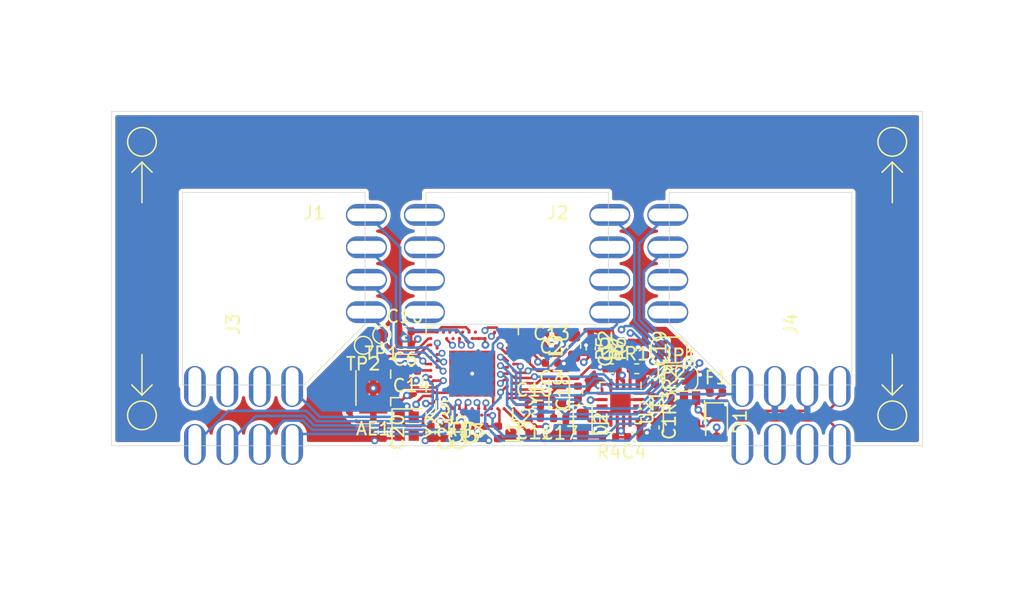
<source format=kicad_pcb>
(kicad_pcb (version 20211014) (generator pcbnew)
  (layers (0 "F.Cu" signal) (1 "In1.Cu" signal) (2 "In2.Cu" signal) (31 "B.Cu" signal) (34 "B.Paste" user) (35 "F.Paste" user) (36 "B.SilkS" user "B.Silkscreen") (37 "F.SilkS" user "F.Silkscreen") (38 "B.Mask" user) (39 "F.Mask" user) (44 "Edge.Cuts" user))
  (net 0 "")
  (net 1 "D-")
  (net 2 "D+")
  (net 3 "Net-(D2-Pad1)")
  (net 4 "Net-(D2-Pad2)")
  (net 5 "VFUSE")
  (net 6 "EXT_5V")
  (net 7 "VDD_NRF")
  (net 8 "SWD")
  (net 9 "SWC")
  (net 10 "Net-(R1-Pad1)")
  (net 11 "VBAT")
  (net 12 "VDDH")
  (net 16 "Net-(R2-Pad2)")
  (net 17 "Net-(C17-Pad2)")
  (net 18 "Net-(C18-Pad2)")
  (net 19 "VBUS")
  (net 20 "Net-(C5-Pad2)")
  (net 21 "Net-(C13-Pad1)")
  (net 22 "Net-(C14-Pad1)")
  (net 23 "Net-(C15-Pad1)")
  (net 24 "Net-(C16-Pad1)")
  (net 25 "VSS_PA")
  (net 26 "BAT_VOLT")
  (net 27 "Net-(JP1-Pad1)")
  (net 28 "Net-(L1-Pad2)")
  (net 29 "Net-(L2-Pad2)")
  (net 30 "Net-(L3-Pad2)")
  (net 31 "Net-(R5-Pad2)")
  (net 32 "RESET")
  (net 33 "GND")
  (net 36 "Net-(AE1-Pad1)")
  (net 37 "Net-(C20-Pad1)")
  (net 38 "Net-(C21-Pad1)")
  (net 53 "P0.25")
  (net 55 "P0.31")
  (net 56 "P1.10")
  (net 57 "P0.19")
  (net 58 "P0.21")
  (net 59 "P0.30")
  (net 60 "P0.28")
  (net 61 "P1.14")
  (net 62 "P1.12")
  (net 63 "P1.11")
  (net 64 "P0.26")
  (net 65 "P0.27")
  (net 66 "P0.10")
  (net 67 "P0.05")
  (net 68 "P0.06")
  (net 69 "P0.07")
  (net 70 "P0.08")
  (net 71 "P1.08")
  (net 72 "P1.07")
  (net 73 "P1.09")
  (net 74 "P1.06")
  (net 75 "P0.11")
  (net 76 "P1.05")
  (net 77 "P1.03")
  (net 78 "P1.01")
  (net 79 "P0.09")
  (footprint "Capacitor_SMD:C_0402_1005Metric" (layer "F.Cu") (at 82.10303 87.050025 90)
    (fp_text reference "C5")
    (fp_text value "1uF")
  )
  (footprint "Capacitor_SMD:C_0402_1005Metric" (layer "F.Cu") (at 83.164952 87.062302 90)
    (fp_text reference "C9")
    (fp_text value "47nF")
  )
  (footprint "Resistor_SMD:R_0402_1005Metric" (layer "F.Cu") (at 96.497302 84.763439 -90)
    (fp_text reference "R3")
    (fp_text value "3.9k")
  )
  (footprint "Jumper:SolderJumper-2_P1.3mm_Open_RoundedPad1.0x1.5mm" (layer "F.Cu") (at 98.462564 82.829814)
    (fp_text reference "JP1")
    (fp_text value "SolderJumper_2_Open")
  )
  (footprint "Capacitor_SMD:C_0402_1005Metric" (layer "F.Cu") (at 76.943538 79.135475)
    (fp_text reference "C10")
    (fp_text value "100nF")
  )
  (footprint "Resistor_SMD:R_0402_1005Metric" (layer "F.Cu") (at 96.524389 82.813123 -90)
    (fp_text reference "R2")
    (fp_text value "10k")
  )
  (footprint "Connector_Coaxial:U.FL_Hirose_U.FL-R-SMT-1_Vertical" (layer "F.Cu") (at 74.937772 83.577064 180)
    (fp_text reference "AE1")
    (fp_text value "Antenna")
  )
  (footprint "Package_TO_SOT_SMD:SOT-23-6" (layer "F.Cu") (at 98.779775 85.472486 90)
    (fp_text reference "U2")
    (fp_text value "SRV05-4")
  )
  (footprint "Resistor_SMD:R_0402_1005Metric" (layer "F.Cu") (at 93.608352 80.481095 90)
    (fp_text reference "R5")
    (fp_text value "2M")
  )
  (footprint "Resistor_SMD:R_0402_1005Metric" (layer "F.Cu") (at 92.917055 87.440609 180)
    (fp_text reference "R4")
    (fp_text value "10k")
  )
  (footprint "Capacitor_SMD:C_0402_1005Metric" (layer "F.Cu") (at 76.952024 80.162329 180)
    (fp_text reference "C6")
    (fp_text value "1uF")
  )
  (footprint "Crystal:Crystal_SMD_2012-2Pin_2.0x1.2mm" (layer "F.Cu") (at 89.013406 84.083767 90)
    (fp_text reference "Y1")
    (fp_text value "32.768 kHz")
  )
  (footprint "Resistor_SMD:R_0402_1005Metric" (layer "F.Cu") (at 92.552742 80.495075 -90)
    (fp_text reference "R6")
    (fp_text value "2M")
  )
  (footprint "Connector_PinHeader_2.54mm:PinHeader_2x04_P2.54mm_Vertical" (layer "F.Cu") (at 93.975 70.01875)
    (fp_text reference "J2")
    (fp_text value "Conn_02x04_Odd_Even")
  )
  (footprint "Diode_SMD:D_SOD-323F" (layer "F.Cu") (at 101.331738 86.243646 -90)
    (fp_text reference "D1")
    (fp_text value "PMEG4010CEJ")
  )
  (footprint "Capacitor_SMD:C_0402_1005Metric" (layer "F.Cu") (at 87.068404 84.889927)
    (fp_text reference "C16")
    (fp_text value "100nF")
  )
  (footprint "Jumper:SolderJumper-2_P1.3mm_Open_RoundedPad1.0x1.5mm" (layer "F.Cu") (at 97.605006 80.597233 180)
    (fp_text reference "JP2")
    (fp_text value "SolderJumper_2_Open")
  )
  (footprint "Package_DFN_QFN:VQFN-16-1EP_3x3mm_P0.5mm_EP1.6x1.6mm" (layer "F.Cu") (at 93.809057 84.740441 -90)
    (fp_text reference "U1")
    (fp_text value "BQ24075/9")
  )
  (footprint "Capacitor_SMD:C_0402_1005Metric" (layer "F.Cu") (at 90.4825 83.914773 90)
    (fp_text reference "C18")
    (fp_text value "15pF")
  )
  (footprint "Capacitor_SMD:C_0402_1005Metric" (layer "F.Cu") (at 89.054328 85.953895 180)
    (fp_text reference "C17")
    (fp_text value "15pF")
  )
  (footprint "NetTie:NetTie-2_SMD_Pad0.5mm" (layer "F.Cu") (at 79.710715 83.956168 180)
    (fp_text reference "J5")
    (fp_text value "Conn_01x02")
  )
  (footprint "Package_DFN_QFN:Nordic_AQFN-73-1EP_7x7mm_P0.5mm" (layer "F.Cu") (at 82.207438 82.4541 180)
    (fp_text reference "U3")
    (fp_text value "nRF52840")
  )
  (footprint "Inductor_SMD:L_0603_1608Metric" (layer "F.Cu") (at 86.017454 87.246288)
    (fp_text reference "L2")
    (fp_text value "10uH")
  )
  (footprint "Capacitor_SMD:C_0402_1005Metric" (layer "F.Cu") (at 96.470214 86.677638 -90)
    (fp_text reference "C1")
    (fp_text value "1uF")
  )
  (footprint "Capacitor_SMD:C_0402_1005Metric" (layer "F.Cu") (at 75.206142 87.044503 -90)
    (fp_text reference "C20")
    (fp_text value "15pF")
  )
  (footprint "Capacitor_SMD:C_0402_1005Metric" (layer "F.Cu") (at 91.484678 80.488782 -90)
    (fp_text reference "C12")
    (fp_text value "4.7uF")
  )
  (footprint "Capacitor_SMD:C_0402_1005Metric" (layer "F.Cu") (at 88.418912 81.617497 180)
    (fp_text reference "C3")
    (fp_text value "4.7uF")
  )
  (footprint "Crystal:Crystal_SMD_2016-4Pin_2.0x1.6mm" (layer "F.Cu") (at 77.076775 86.568523 -90)
    (fp_text reference "Y2")
    (fp_text value "32MHz")
  )
  (footprint "Capacitor_SMD:C_0402_1005Metric" (layer "F.Cu") (at 81.041109 87.056163 -90)
    (fp_text reference "C7")
    (fp_text value "100nF")
  )
  (footprint "TestPoint:TestPoint_Pad_D1.0mm" (layer "F.Cu") (at 75.129685 79.41346 180)
    (fp_text reference "TP1")
    (fp_text value "PAD")
  )
  (footprint "Capacitor_SMD:C_0402_1005Metric" (layer "F.Cu") (at 77.432795 82.230809 180)
    (fp_text reference "C14")
    (fp_text value "1nF")
  )
  (footprint "Inductor_SMD:L_0402_1005Metric" (layer "F.Cu") (at 84.224328 87.059149 -90)
    (fp_text reference "L1")
    (fp_text value "15nH")
  )
  (footprint "Capacitor_SMD:C_0402_1005Metric" (layer "F.Cu") (at 88.415 80.476146)
    (fp_text reference "C13")
    (fp_text value "4.7uF")
  )
  (footprint "Connector_PinHeader_2.54mm:PinHeader_2x04_P2.54mm_Vertical" (layer "F.Cu") (at 60.49375 87 90)
    (fp_text reference "J3")
    (fp_text value "Conn_02x04_Odd_Even")
  )
  (footprint "Resistor_SMD:R_0402_1005Metric" (layer "F.Cu") (at 95.084225 82.072725)
    (fp_text reference "R1")
    (fp_text value "10k")
  )
  (footprint "Capacitor_SMD:C_0402_1005Metric" (layer "F.Cu") (at 88.435794 79.203528 180)
    (fp_text reference "C2")
    (fp_text value "4.7uF")
  )
  (footprint "Capacitor_SMD:C_0402_1005Metric" (layer "F.Cu") (at 94.866073 87.427065 180)
    (fp_text reference "C4")
    (fp_text value "4.7uF")
  )
  (footprint "Capacitor_SMD:C_0402_1005Metric" (layer "F.Cu") (at 80.007925 87.050025 -90)
    (fp_text reference "C15")
    (fp_text value "100pF")
  )
  (footprint "Capacitor_SMD:C_0402_1005Metric" (layer "F.Cu") (at 78.951793 87.060267 -90)
    (fp_text reference "C21")
    (fp_text value "15pF")
  )
  (footprint "Connector_PinHeader_2.54mm:PinHeader_2x04_P2.54mm_Vertical" (layer "F.Cu") (at 74.925 70.01875)
    (fp_text reference "J1")
    (fp_text value "Conn_02x04_Odd_Even")
  )
  (footprint "Capacitor_SMD:C_0402_1005Metric" (layer "F.Cu") (at 95.7356 80.502139 -90)
    (fp_text reference "C19")
    (fp_text value "10nF")
  )
  (footprint "Capacitor_SMD:C_0402_1005Metric" (layer "F.Cu") (at 87.06022 85.917065 180)
    (fp_text reference "C11")
    (fp_text value "100nF")
  )
  (footprint "Inductor_SMD:L_0603_1608Metric" (layer "F.Cu") (at 90.185476 80.296045 90)
    (fp_text reference "L3")
    (fp_text value "10uH")
  )
  (footprint "LED_SMD:LED_0603_1608Metric" (layer "F.Cu") (at 90.854025 86.424819 -90)
    (fp_text reference "D2")
    (fp_text value "ORANGE")
  )
  (footprint "Resistor_SMD:R_0402_1005Metric" (layer "F.Cu") (at 94.676224 80.490346 90)
    (fp_text reference "R7")
    (fp_text value "10M")
  )
  (footprint "TestPoint:TestPoint_Pad_D1.0mm" (layer "F.Cu") (at 73.682754 80.240612 180)
    (fp_text reference "TP2")
    (fp_text value "PAD")
  )
  (footprint "Fuse:Fuse_0402_1005Metric" (layer "F.Cu") (at 101.303362 83.945178)
    (fp_text reference "F1")
    (fp_text value "500mA hold")
  )
  (footprint "Connector_PinHeader_2.54mm:PinHeader_2x04_P2.54mm_Vertical" (layer "F.Cu") (at 103.35625 87 90)
    (fp_text reference "J4")
    (fp_text value "Conn_02x04_Odd_Even")
  )
  (footprint "Capacitor_SMD:C_0402_1005Metric" (layer "F.Cu") (at 93.148903 82.050152)
    (fp_text reference "C8")
    (fp_text value "4.7uF")
  )
  (gr_circle (center 115.08875 85.725) (end 115.8825 84.93125) (layer "F.SilkS") (width 0.12) (fill none))
  (gr_line (start 56.35125 84.1375) (end 57.145 83.34375) (layer "F.SilkS") (width 0.12))
  (gr_line (start 115.08875 69.05625) (end 115.08875 65.88125) (layer "F.SilkS") (width 0.12))
  (gr_line (start 115.08875 65.88125) (end 114.295 66.675) (layer "F.SilkS") (width 0.12))
  (gr_line (start 56.35125 80.9625) (end 56.35125 84.1375) (layer "F.SilkS") (width 0.12))
  (gr_circle (center 56.35125 85.725) (end 57.145 86.51875) (layer "F.SilkS") (width 0.12) (fill none))
  (gr_line (start 56.35125 69.05625) (end 56.35125 65.88125) (layer "F.SilkS") (width 0.12))
  (gr_line (start 115.08875 65.88125) (end 115.8825 66.675) (layer "F.SilkS") (width 0.12))
  (gr_circle (center 115.08875 64.29375) (end 115.8825 65.0875) (layer "F.SilkS") (width 0.12) (fill none))
  (gr_circle (center 56.35125 64.29375) (end 57.145 63.5) (layer "F.SilkS") (width 0.12) (fill none))
  (gr_line (start 115.08875 84.1375) (end 114.295 83.34375) (layer "F.SilkS") (width 0.12))
  (gr_line (start 56.35125 65.88125) (end 57.145 66.675) (layer "F.SilkS") (width 0.12))
  (gr_line (start 115.08875 80.9625) (end 115.08875 84.1375) (layer "F.SilkS") (width 0.12))
  (gr_line (start 56.35125 65.88125) (end 55.5575 66.675) (layer "F.SilkS") (width 0.12))
  (gr_line (start 56.35125 84.1375) (end 55.5575 83.34375) (layer "F.SilkS") (width 0.12))
  (gr_line (start 115.08875 84.1375) (end 115.8825 83.34375) (layer "F.SilkS") (width 0.12))
  (gr_line (start 111.91375 88.10625) (end 92.86375 88.10625) (layer "Edge.Cuts") (width 0.05))
  (gr_line (start 117.47 88.10625) (end 111.91375 88.10625) (layer "Edge.Cuts") (width 0.05))
  (gr_line (start 97.63125 68.2625) (end 111.91375 68.2625) (layer "Edge.Cuts") (width 0.05))
  (gr_line (start 59.52625 68.2625) (end 59.52625 83.34375) (layer "Edge.Cuts") (width 0.05))
  (gr_line (start 59.52625 88.10625) (end 53.97 88.10625) (layer "Edge.Cuts") (width 0.05))
  (gr_line (start 53.97 61.9125) (end 59.52625 61.9125) (layer "Edge.Cuts") (width 0.05))
  (gr_line (start 78.57625 68.2625) (end 78.58125 78.58125) (layer "Edge.Cuts") (width 0.05))
  (gr_line (start 117.47 61.9125) (end 117.47 88.10625) (layer "Edge.Cuts") (width 0.05))
  (gr_line (start 78.58125 78.58125) (end 87.075 78.58125) (layer "Edge.Cuts") (width 0.05))
  (gr_line (start 53.97 88.10625) (end 53.97 61.9125) (layer "Edge.Cuts") (width 0.05))
  (gr_line (start 59.52625 83.34375) (end 69.05625 83.34375) (layer "Edge.Cuts") (width 0.05))
  (gr_line (start 102.39375 83.34375) (end 111.91375 83.34375) (layer "Edge.Cuts") (width 0.05))
  (gr_line (start 59.52625 88.10625) (end 80.875 88.10625) (layer "Edge.Cuts") (width 0.05))
  (gr_line (start 111.91375 68.2625) (end 111.91375 83.34375) (layer "Edge.Cuts") (width 0.05))
  (gr_line (start 111.91375 61.9125) (end 117.47 61.9125) (layer "Edge.Cuts") (width 0.05))
  (gr_line (start 111.91375 61.9125) (end 59.52625 61.9125) (layer "Edge.Cuts") (width 0.05))
  (gr_line (start 69.05625 83.34375) (end 73.81875 78.58125) (layer "Edge.Cuts") (width 0.05))
  (gr_line (start 59.52625 68.2625) (end 73.81375 68.2625) (layer "Edge.Cuts") (width 0.05))
  (gr_line (start 97.63125 68.2625) (end 97.63125 78.58125) (layer "Edge.Cuts") (width 0.05))
  (gr_line (start 92.86875 78.58125) (end 87.075 78.58125) (layer "Edge.Cuts") (width 0.05))
  (gr_line (start 73.81875 78.58125) (end 73.81375 68.2625) (layer "Edge.Cuts") (width 0.05))
  (gr_line (start 78.57625 68.2625) (end 92.86875 68.2625) (layer "Edge.Cuts") (width 0.05))
  (gr_line (start 97.63125 78.58125) (end 102.39375 83.34375) (layer "Edge.Cuts") (width 0.05))
  (gr_line (start 92.86875 78.58125) (end 92.86875 68.2625) (layer "Edge.Cuts") (width 0.05))
  (gr_line (start 92.86375 88.10625) (end 80.875 88.10625) (layer "Edge.Cuts") (width 0.05))
  (segment (start 84.457438 79.2041) (end 84.101706 78.848368) (width 0.2) (layer "F.Cu") (net 1))
  (segment (start 83.431391 78.848368) (end 83.204091 79.075668) (width 0.2) (layer "F.Cu") (net 1))
  (segment (start 84.101706 78.848368) (end 83.431391 78.848368) (width 0.2) (layer "F.Cu") (net 1))
  (segment (start 100.93861 86.107923) (end 110.084173 86.107923) (width 0.2) (layer "F.Cu") (net 1))
  (segment (start 110.084173 86.107923) (end 110.97625 87) (width 0.2) (layer "F.Cu") (net 1))
  (segment (start 100.493074 86.553459) (end 100.93861 86.107923) (width 0.2) (layer "F.Cu") (net 1))
  (segment (start 100.493074 86.553459) (end 100.474047 86.572486) (width 0.2) (layer "F.Cu") (net 1))
  (segment (start 100.474047 86.572486) (end 99.729775 86.572486) (width 0.2) (layer "F.Cu") (net 1))
  (via (at 83.204091 79.075668) (size 0.55) (drill 0.3) (layers "F.Cu" "B.Cu") (net 1))
  (via (at 100.488041 86.319071) (size 0.6) (drill 0.3) (layers "F.Cu" "B.Cu") (net 1))
  (segment (start 99.729775 85.121855) (end 99.729775 84.372486) (width 0.2) (layer "F.Cu") (net 2))
  (segment (start 83.957438 79.282743) (end 83.706712 79.533469) (width 0.2) (layer "F.Cu") (net 2))
  (segment (start 100.359414 85.751494) (end 109.684756 85.751494) (width 0.2) (layer "F.Cu") (net 2))
  (segment (start 99.901148 85.293228) (end 100.359414 85.751494) (width 0.2) (layer "F.Cu") (net 2))
  (segment (start 83.957438 79.2041) (end 83.957438 79.282743) (width 0.2) (layer "F.Cu") (net 2))
  (segment (start 99.901148 85.293228) (end 99.729775 85.121855) (width 0.2) (layer "F.Cu") (net 2))
  (segment (start 109.684756 85.751494) (end 110.97625 84.46) (width 0.2) (layer "F.Cu") (net 2))
  (via (at 83.706712 79.533469) (size 0.55) (drill 0.3) (layers "F.Cu" "B.Cu") (net 2))
  (via (at 99.901148 85.293228) (size 0.6) (drill 0.3) (layers "F.Cu" "B.Cu") (net 2))
  (segment (start 91.394647 86.177941) (end 93.059057 86.177941) (width 0.2) (layer "F.Cu") (net 3))
  (segment (start 90.854025 85.637319) (end 91.394647 86.177941) (width 0.2) (layer "F.Cu") (net 3))
  (segment (start 91.082315 87.440609) (end 92.407055 87.440609) (width 0.2) (layer "F.Cu") (net 4))
  (segment (start 90.854025 87.212319) (end 91.082315 87.440609) (width 0.2) (layer "F.Cu") (net 4))
  (segment (start 100.457443 83.584259) (end 100.818362 83.945178) (width 0.2) (layer "F.Cu") (net 5))
  (segment (start 98.24654 85.394727) (end 98.779775 84.861492) (width 0.2) (layer "F.Cu") (net 5))
  (segment (start 98.779775 84.861492) (end 98.779775 84.372486) (width 0.2) (layer "F.Cu") (net 5))
  (segment (start 96.470214 86.197638) (end 97.273125 85.394727) (width 0.2) (layer "F.Cu") (net 5))
  (segment (start 95.246557 85.490441) (end 95.763017 85.490441) (width 0.2) (layer "F.Cu") (net 5))
  (segment (start 97.273125 85.394727) (end 98.24654 85.394727) (width 0.2) (layer "F.Cu") (net 5))
  (segment (start 95.763017 85.490441) (end 96.470214 86.197638) (width 0.2) (layer "F.Cu") (net 5))
  (segment (start 98.779775 83.896396) (end 99.091912 83.584259) (width 0.2) (layer "F.Cu") (net 5))
  (segment (start 98.779775 84.372486) (end 98.779775 83.896396) (width 0.2) (layer "F.Cu") (net 5))
  (segment (start 99.091912 83.584259) (end 100.457443 83.584259) (width 0.2) (layer "F.Cu") (net 5))
  (segment (start 101.331738 84.401802) (end 101.788362 83.945178) (width 0.2) (layer "F.Cu") (net 6))
  (segment (start 101.331738 85.143646) (end 101.331738 84.401802) (width 0.2) (layer "F.Cu") (net 6))
  (segment (start 91.484678 80.968782) (end 90.202931 80.968782) (width 0.2) (layer "F.Cu") (net 7))
  (segment (start 90.202931 80.968782) (end 90.174646 80.940497) (width 0.2) (layer "F.Cu") (net 7))
  (segment (start 81.069814 86.576163) (end 81.390412 86.255565) (width 0.2) (layer "F.Cu") (net 7))
  (segment (start 86.58022 85.917065) (end 86.170403 85.917065) (width 0.2) (layer "F.Cu") (net 7))
  (segment (start 86.170403 85.917065) (end 85.457438 85.2041) (width 0.2) (layer "F.Cu") (net 7))
  (segment (start 89.687014 82.236341) (end 87.293694 82.236341) (width 0.2) (layer "F.Cu") (net 7))
  (segment (start 90.174646 81.748709) (end 89.687014 82.236341) (width 0.2) (layer "F.Cu") (net 7))
  (segment (start 81.041109 86.576163) (end 80.80939 86.576163) (width 0.2) (layer "F.Cu") (net 7))
  (segment (start 77.522754 80.168675) (end 77.944933 79.746496) (width 0.2) (layer "F.Cu") (net 7))
  (segment (start 91.484678 81.015752) (end 90.943075 81.557355) (width 0.2) (layer "F.Cu") (net 7))
  (segment (start 79.957438 85.718406) (end 80.308699 86.069667) (width 0.2) (layer "F.Cu") (net 7))
  (segment (start 86.58022 85.917065) (end 87.269917 86.606762) (width 0.2) (layer "F.Cu") (net 7))
  (segment (start 79.457438 79.177967) (end 79.457438 79.2041) (width 0.2) (layer "F.Cu") (net 7))
  (segment (start 86.588776 80.7041) (end 85.457438 80.7041) (width 0.2) (layer "F.Cu") (net 7))
  (segment (start 90.174646 80.940497) (end 90.174646 81.748709) (width 0.2) (layer "F.Cu") (net 7))
  (segment (start 77.427772 79.181095) (end 77.430501 79.178366) (width 0.2) (layer "F.Cu") (net 7))
  (segment (start 79.957438 85.724211) (end 79.957438 85.7041) (width 0.2) (layer "F.Cu") (net 7))
  (segment (start 77.427772 80.168675) (end 77.427772 79.181095) (width 0.2) (layer "F.Cu") (net 7))
  (segment (start 79.44582 79.192482) (end 79.457438 79.2041) (width 0.2) (layer "F.Cu") (net 7))
  (segment (start 77.444617 79.192482) (end 79.44582 79.192482) (width 0.2) (layer "F.Cu") (net 7))
  (segment (start 85.457438 80.7041) (end 85.301582 80.859956) (width 0.2) (layer "F.Cu") (net 7))
  (segment (start 79.957438 85.7041) (end 79.957438 85.718406) (width 0.2) (layer "F.Cu") (net 7))
  (segment (start 81.957438 79.061007) (end 81.716519 78.820088) (width 0.2) (layer "F.Cu") (net 7))
  (segment (start 79.815317 78.820088) (end 79.457438 79.177967) (width 0.2) (layer "F.Cu") (net 7))
  (segment (start 80.308699 86.069667) (end 80.534613 86.069667) (width 0.2) (layer "F.Cu") (net 7))
  (segment (start 87.269917 86.606762) (end 87.964349 86.606762) (width 0.2) (layer "F.Cu") (net 7))
  (segment (start 87.293694 82.236341) (end 86.712382 81.655029) (width 0.2) (layer "F.Cu") (net 7))
  (segment (start 81.957438 79.2041) (end 81.957438 79.061007) (width 0.2) (layer "F.Cu") (net 7))
  (segment (start 81.716519 78.820088) (end 79.815317 78.820088) (width 0.2) (layer "F.Cu") (net 7))
  (segment (start 86.712382 80.827706) (end 86.588776 80.7041) (width 0.2) (layer "F.Cu") (net 7))
  (segment (start 86.712382 81.655029) (end 86.712382 80.827706) (width 0.2) (layer "F.Cu") (net 7))
  (segment (start 81.041109 86.576163) (end 81.069814 86.576163) (width 0.2) (layer "F.Cu") (net 7))
  (segment (start 77.427772 80.168675) (end 77.522754 80.168675) (width 0.2) (layer "F.Cu") (net 7))
  (segment (start 80.534613 86.069667) (end 81.041109 86.576163) (width 0.2) (layer "F.Cu") (net 7))
  (segment (start 84.396182 80.4129) (end 84.396182 80.277803) (width 0.2) (layer "F.Cu") (net 7))
  (segment (start 77.430501 79.178366) (end 77.444617 79.192482) (width 0.2) (layer "F.Cu") (net 7))
  (segment (start 84.843238 80.859956) (end 84.396182 80.4129) (width 0.2) (layer "F.Cu") (net 7))
  (segment (start 91.484678 80.968782) (end 91.484678 81.015752) (width 0.2) (layer "F.Cu") (net 7))
  (segment (start 77.427772 80.168675) (end 77.427772 80.115145) (width 0.2) (layer "F.Cu") (net 7))
  (segment (start 85.301582 80.859956) (end 84.843238 80.859956) (width 0.2) (layer "F.Cu") (net 7))
  (via (at 77.944933 79.746496) (size 0.6) (drill 0.3) (layers "F.Cu" "B.Cu") (net 7))
  (via (at 84.396182 80.277803) (size 0.55) (drill 0.3) (layers "F.Cu" "B.Cu") (net 7))
  (via (at 87.964349 86.606762) (size 0.6) (drill 0.3) (layers "F.Cu" "B.Cu") (net 7))
  (via (at 90.943075 81.557355) (size 0.6) (drill 0.3) (layers "F.Cu" "B.Cu") (net 7))
  (via (at 81.362278 86.230623) (size 0.55) (drill 0.3) (layers "F.Cu" "B.Cu") (net 7))
  (segment (start 76.084676 80.721508) (end 77.764984 80.721508) (width 0.2) (layer "F.Cu") (net 8))
  (segment (start 77.764984 80.721508) (end 78.782392 79.7041) (width 0.2) (layer "F.Cu") (net 8))
  (segment (start 78.782392 79.7041) (end 78.957438 79.7041) (width 0.2) (layer "F.Cu") (net 8))
  (segment (start 75.129685 79.766517) (end 76.084676 80.721508) (width 0.2) (layer "F.Cu") (net 8))
  (segment (start 75.129685 79.41346) (end 75.129685 79.766517) (width 0.2) (layer "F.Cu") (net 8))
  (segment (start 74.516107 81.073965) (end 77.927368 81.073965) (width 0.2) (layer "F.Cu") (net 9))
  (segment (start 77.927368 81.073965) (end 78.797233 80.2041) (width 0.2) (layer "F.Cu") (net 9))
  (segment (start 78.797233 80.2041) (end 78.957438 80.2041) (width 0.2) (layer "F.Cu") (net 9))
  (segment (start 73.682754 80.240612) (end 74.516107 81.073965) (width 0.2) (layer "F.Cu") (net 9))
  (segment (start 94.559057 83.302941) (end 94.559057 82.087893) (width 0.2) (layer "F.Cu") (net 10))
  (segment (start 94.559057 82.087893) (end 94.574225 82.072725) (width 0.2) (layer "F.Cu") (net 10))
  (segment (start 94.059057 83.148443) (end 93.559057 82.648443) (width 0.2) (layer "F.Cu") (net 11))
  (segment (start 93.940623 82.587466) (end 93.628903 82.275746) (width 0.2) (layer "F.Cu") (net 11))
  (segment (start 93.628903 82.275746) (end 93.628903 82.050152) (width 0.2) (layer "F.Cu") (net 11))
  (segment (start 93.628903 82.050152) (end 93.628903 81.011646) (width 0.2) (layer "F.Cu") (net 11))
  (segment (start 93.559057 83.302941) (end 93.559057 82.648443) (width 0.2) (layer "F.Cu") (net 11))
  (segment (start 93.559057 82.648443) (end 93.559057 82.119998) (width 0.2) (layer "F.Cu") (net 11))
  (segment (start 93.559057 82.119998) (end 93.628903 82.050152) (width 0.2) (layer "F.Cu") (net 11))
  (segment (start 93.628903 81.011646) (end 93.608352 80.991095) (width 0.2) (layer "F.Cu") (net 11))
  (segment (start 94.059057 83.302941) (end 94.059057 83.148443) (width 0.2) (layer "F.Cu") (net 11))
  (via (at 93.940623 82.587466) (size 0.6) (drill 0.3) (layers "F.Cu" "B.Cu") (net 11))
  (segment (start 87.938912 81.617497) (end 87.436068 81.617497) (width 0.2) (layer "F.Cu") (net 12))
  (segment (start 85.045008 80.4541) (end 85.192681 80.306427) (width 0.2) (layer "F.Cu") (net 12))
  (segment (start 92.371557 84.490441) (end 91.510939 84.490441) (width 0.2) (layer "F.Cu") (net 12))
  (segment (start 84.957438 80.4541) (end 85.045008 80.4541) (width 0.2) (layer "F.Cu") (net 12))
  (segment (start 87.068661 80.48404) (end 86.891048 80.306427) (width 0.2) (layer "F.Cu") (net 12))
  (segment (start 87.068661 80.995593) (end 87.068661 80.48404) (width 0.2) (layer "F.Cu") (net 12))
  (segment (start 93.427055 87.440609) (end 93.559057 87.308607) (width 0.2) (layer "F.Cu") (net 12))
  (segment (start 93.427055 87.440609) (end 94.372529 87.440609) (width 0.2) (layer "F.Cu") (net 12))
  (segment (start 91.510939 84.490441) (end 91.470078 84.531302) (width 0.2) (layer "F.Cu") (net 12))
  (segment (start 94.059057 87.100049) (end 94.386073 87.427065) (width 0.2) (layer "F.Cu") (net 12))
  (segment (start 87.690565 81.617497) (end 87.938912 81.617497) (width 0.2) (layer "F.Cu") (net 12))
  (segment (start 94.372529 87.440609) (end 94.386073 87.427065) (width 0.2) (layer "F.Cu") (net 12))
  (segment (start 94.059057 86.177941) (end 94.059057 87.100049) (width 0.2) (layer "F.Cu") (net 12))
  (segment (start 93.559057 87.308607) (end 93.559057 86.177941) (width 0.2) (layer "F.Cu") (net 12))
  (segment (start 86.891048 80.306427) (end 85.192681 80.306427) (width 0.2) (layer "F.Cu") (net 12))
  (segment (start 87.436068 81.617497) (end 87.352053 81.533482) (width 0.2) (layer "F.Cu") (net 12))
  (segment (start 87.690565 81.617497) (end 87.068661 80.995593) (width 0.2) (layer "F.Cu") (net 12))
  (via (at 91.470078 84.531302) (size 0.6) (drill 0.3) (layers "F.Cu" "B.Cu") (net 12))
  (via (at 93.850513 86.937197) (size 0.6) (drill 0.3) (layers "F.Cu" "B.Cu") (net 12))
  (via (at 87.352053 81.533482) (size 0.6) (drill 0.3) (layers "F.Cu" "B.Cu") (net 12))
  (segment (start 96.234304 83.990441) (end 96.497302 84.253439) (width 0.2) (layer "F.Cu") (net 16))
  (segment (start 96.524389 83.323123) (end 95.857071 83.990441) (width 0.2) (layer "F.Cu") (net 16))
  (segment (start 95.857071 83.990441) (end 95.246557 83.990441) (width 0.2) (layer "F.Cu") (net 16))
  (segment (start 95.246557 83.990441) (end 96.234304 83.990441) (width 0.2) (layer "F.Cu") (net 16))
  (segment (start 84.957438 84.4541) (end 85.04773 84.363808) (width 0.2) (layer "F.Cu") (net 17))
  (segment (start 85.04773 84.363808) (end 88.593447 84.363808) (width 0.2) (layer "F.Cu") (net 17))
  (segment (start 88.593447 84.363808) (end 89.013406 84.783767) (width 0.2) (layer "F.Cu") (net 17))
  (segment (start 88.574328 85.222845) (end 89.013406 84.783767) (width 0.2) (layer "F.Cu") (net 17))
  (segment (start 88.574328 85.953895) (end 88.574328 85.222845) (width 0.2) (layer "F.Cu") (net 17))
  (segment (start 84.957438 83.9541) (end 85.050454 84.047116) (width 0.2) (layer "F.Cu") (net 18))
  (segment (start 88.350057 84.047116) (end 89.013406 83.383767) (width 0.2) (layer "F.Cu") (net 18))
  (segment (start 89.013406 83.383767) (end 90.431494 83.383767) (width 0.2) (layer "F.Cu") (net 18))
  (segment (start 85.050454 84.047116) (end 88.350057 84.047116) (width 0.2) (layer "F.Cu") (net 18))
  (segment (start 90.431494 83.383767) (end 90.4825 83.434773) (width 0.2) (layer "F.Cu") (net 18))
  (segment (start 87.955794 79.376142) (end 88.390535 79.810883) (width 0.2) (layer "F.Cu") (net 19))
  (segment (start 87.955794 79.203528) (end 87.955794 79.366682) (width 0.2) (layer "F.Cu") (net 19))
  (segment (start 87.955794 79.203528) (end 87.955794 79.376142) (width 0.2) (layer "F.Cu") (net 19))
  (segment (start 101.331738 87.343646) (end 101.331738 86.673809) (width 0.2) (layer "F.Cu") (net 19))
  (segment (start 84.95801 79.203528) (end 84.957438 79.2041) (width 0.2) (layer "F.Cu") (net 19))
  (segment (start 101.331738 86.673809) (end 101.342257 86.66329) (width 0.2) (layer "F.Cu") (net 19))
  (segment (start 87.955794 79.203528) (end 84.95801 79.203528) (width 0.2) (layer "F.Cu") (net 19))
  (via (at 88.390535 79.810883) (size 0.6) (drill 0.3) (layers "F.Cu" "B.Cu") (net 19))
  (via (at 101.342257 86.66329) (size 0.6) (drill 0.3) (layers "F.Cu" "B.Cu") (net 19))
  (segment (start 77.813683 84.873321) (end 77.813683 84.759937) (width 0.2) (layer "F.Cu") (net 20))
  (segment (start 83.164952 86.582302) (end 84.216175 86.582302) (width 0.2) (layer "F.Cu") (net 20))
  (segment (start 84.216175 86.582302) (end 84.224328 86.574149) (width 0.2) (layer "F.Cu") (net 20))
  (segment (start 83.152675 86.570025) (end 83.164952 86.582302) (width 0.2) (layer "F.Cu") (net 20))
  (segment (start 82.596275 86.570025) (end 83.152675 86.570025) (width 0.2) (layer "F.Cu") (net 20))
  (segment (start 84.335968 86.462509) (end 84.335968 85.33263) (width 0.2) (layer "F.Cu") (net 20))
  (segment (start 82.626528 86.952812) (end 82.626528 86.600278) (width 0.2) (layer "F.Cu") (net 20))
  (segment (start 82.10303 86.570025) (end 82.596275 86.570025) (width 0.2) (layer "F.Cu") (net 20))
  (segment (start 84.335968 85.33263) (end 84.207438 85.2041) (width 0.2) (layer "F.Cu") (net 20))
  (segment (start 84.224328 86.574149) (end 84.335968 86.462509) (width 0.2) (layer "F.Cu") (net 20))
  (segment (start 82.626528 86.600278) (end 82.596275 86.570025) (width 0.2) (layer "F.Cu") (net 20))
  (segment (start 77.813683 84.759937) (end 78.36952 84.2041) (width 0.2) (layer "F.Cu") (net 20))
  (segment (start 78.36952 84.2041) (end 78.957438 84.2041) (width 0.2) (layer "F.Cu") (net 20))
  (via (at 82.626528 86.952812) (size 0.55) (drill 0.3) (layers "F.Cu" "B.Cu") (net 20))
  (via (at 77.813683 84.873321) (size 0.6) (drill 0.3) (layers "F.Cu" "B.Cu") (net 20))
  (segment (start 87.419007 79.589353) (end 84.322185 79.589353) (width 0.2) (layer "F.Cu") (net 21))
  (segment (start 87.947214 80.11756) (end 87.419007 79.589353) (width 0.2) (layer "F.Cu") (net 21))
  (segment (start 87.947214 80.178208) (end 87.947214 80.11756) (width 0.2) (layer "F.Cu") (net 21))
  (segment (start 84.322185 79.589353) (end 84.207438 79.7041) (width 0.2) (layer "F.Cu") (net 21))
  (segment (start 77.912795 82.230809) (end 77.939504 82.2041) (width 0.2) (layer "F.Cu") (net 22))
  (segment (start 77.939504 82.2041) (end 78.957438 82.2041) (width 0.2) (layer "F.Cu") (net 22))
  (segment (start 80.007925 86.521794) (end 79.698899 86.212768) (width 0.2) (layer "F.Cu") (net 23))
  (segment (start 78.576505 84.794939) (end 79.116599 84.794939) (width 0.2) (layer "F.Cu") (net 23))
  (segment (start 79.116599 84.794939) (end 79.457438 84.4541) (width 0.2) (layer "F.Cu") (net 23))
  (segment (start 80.007925 86.570025) (end 80.007925 86.491202) (width 0.2) (layer "F.Cu") (net 23))
  (segment (start 80.007925 86.570025) (end 80.007925 86.521794) (width 0.2) (layer "F.Cu") (net 23))
  (via (at 79.698899 86.212768) (size 0.6) (drill 0.3) (layers "F.Cu" "B.Cu") (net 23))
  (via (at 78.576505 84.794939) (size 0.6) (drill 0.3) (layers "F.Cu" "B.Cu") (net 23))
  (segment (start 85.643265 84.889927) (end 85.457438 84.7041) (width 0.2) (layer "F.Cu") (net 24))
  (segment (start 86.588404 84.889927) (end 85.643265 84.889927) (width 0.2) (layer "F.Cu") (net 24))
  (segment (start 77.603065 83.207614) (end 77.811157 82.999522) (width 0.2) (layer "F.Cu") (net 25))
  (segment (start 74.462772 85.052064) (end 74.462772 83.488478) (width 0.2) (layer "F.Cu") (net 25))
  (segment (start 77.580632 83.859343) (end 77.395691 83.859343) (width 0.2) (layer "F.Cu") (net 25))
  (segment (start 75.925719 82.123014) (end 77.010319 83.207614) (width 0.2) (layer "F.Cu") (net 25))
  (segment (start 74.462772 83.488478) (end 74.462772 82.102064) (width 0.2) (layer "F.Cu") (net 25))
  (segment (start 77.010319 83.207614) (end 77.603065 83.207614) (width 0.2) (layer "F.Cu") (net 25))
  (segment (start 79.475247 83.954631) (end 79.293792 83.954631) (width 0.2) (layer "F.Cu") (net 25))
  (segment (start 79.293792 83.954631) (end 79.198504 83.859343) (width 0.2) (layer "F.Cu") (net 25))
  (segment (start 79.198504 83.859343) (end 77.580632 83.859343) (width 0.2) (layer "F.Cu") (net 25))
  (segment (start 77.395691 83.859343) (end 77.092534 84.1625) (width 0.2) (layer "F.Cu") (net 25))
  (segment (start 77.092534 84.1625) (end 76.20297 85.052064) (width 0.2) (layer "F.Cu") (net 25))
  (segment (start 74.462772 83.488478) (end 74.462772 83.59542) (width 0.2) (layer "F.Cu") (net 25))
  (segment (start 76.20297 85.052064) (end 74.462772 85.052064) (width 0.2) (layer "F.Cu") (net 25))
  (segment (start 74.483722 82.123014) (end 75.925719 82.123014) (width 0.2) (layer "F.Cu") (net 25))
  (segment (start 74.462772 82.102064) (end 74.483722 82.123014) (width 0.2) (layer "F.Cu") (net 25))
  (via (at 77.811157 82.999522) (size 0.6) (drill 0.3) (layers "F.Cu" "B.Cu") (net 25))
  (via (at 77.092534 84.1625) (size 0.6) (drill 0.3) (layers "F.Cu" "B.Cu") (net 25))
  (via (at 74.462772 83.59542) (size 0.6) (drill 0.3) (layers "F.Cu" "B.Cu") (net 25))
  (segment (start 87.634615 82.855782) (end 90.472926 82.855782) (width 0.2) (layer "F.Cu") (net 26))
  (segment (start 92.323633 81.005075) (end 92.552742 81.005075) (width 0.2) (layer "F.Cu") (net 26))
  (segment (start 87.286297 83.2041) (end 87.634615 82.855782) (width 0.2) (layer "F.Cu") (net 26))
  (segment (start 93.088412 80.469405) (end 94.145283 80.469405) (width 0.2) (layer "F.Cu") (net 26))
  (segment (start 90.472926 82.855782) (end 92.323633 81.005075) (width 0.2) (layer "F.Cu") (net 26))
  (segment (start 95.7356 80.982139) (end 94.694431 80.982139) (width 0.2) (layer "F.Cu") (net 26))
  (segment (start 85.457438 83.2041) (end 87.286297 83.2041) (width 0.2) (layer "F.Cu") (net 26))
  (segment (start 94.694431 80.982139) (end 94.676224 81.000346) (width 0.2) (layer "F.Cu") (net 26))
  (segment (start 94.145283 80.469405) (end 94.676224 81.000346) (width 0.2) (layer "F.Cu") (net 26))
  (segment (start 92.552742 81.005075) (end 93.088412 80.469405) (width 0.2) (layer "F.Cu") (net 26))
  (segment (start 97.131977 83.510401) (end 97.812564 82.829814) (width 0.2) (layer "F.Cu") (net 27))
  (segment (start 96.497302 85.273439) (end 97.131977 84.638764) (width 0.2) (layer "F.Cu") (net 27))
  (segment (start 97.131977 84.638764) (end 97.131977 83.510401) (width 0.2) (layer "F.Cu") (net 27))
  (segment (start 84.927822 87.54842) (end 85.229954 87.246288) (width 0.2) (layer "F.Cu") (net 28))
  (segment (start 84.932093 87.544149) (end 85.229954 87.246288) (width 0.2) (layer "F.Cu") (net 28))
  (segment (start 84.224328 87.544149) (end 84.932093 87.544149) (width 0.2) (layer "F.Cu") (net 28))
  (segment (start 86.749626 87.246288) (end 84.707438 85.2041) (width 0.2) (layer "F.Cu") (net 29))
  (segment (start 86.804954 87.246288) (end 86.749626 87.246288) (width 0.2) (layer "F.Cu") (net 29))
  (segment (start 87.633838 81.03421) (end 89.210291 81.03421) (width 0.2) (layer "F.Cu") (net 30))
  (segment (start 87.234756 79.9541) (end 87.422593 80.141937) (width 0.2) (layer "F.Cu") (net 30))
  (segment (start 89.481104 80.763397) (end 89.481104 80.669448) (width 0.2) (layer "F.Cu") (net 30))
  (segment (start 90.185476 79.965076) (end 90.185476 79.508545) (width 0.2) (layer "F.Cu") (net 30))
  (segment (start 84.957438 79.9541) (end 87.234756 79.9541) (width 0.2) (layer "F.Cu") (net 30))
  (segment (start 89.210291 81.03421) (end 89.481104 80.763397) (width 0.2) (layer "F.Cu") (net 30))
  (segment (start 87.422593 80.141937) (end 87.422593 80.822965) (width 0.2) (layer "F.Cu") (net 30))
  (segment (start 87.422593 80.822965) (end 87.633838 81.03421) (width 0.2) (layer "F.Cu") (net 30))
  (segment (start 89.481104 80.669448) (end 90.185476 79.965076) (width 0.2) (layer "F.Cu") (net 30))
  (segment (start 90.174646 79.748258) (end 90.174646 79.365497) (width 0.2) (layer "F.Cu") (net 30))
  (segment (start 92.566722 79.971095) (end 92.552742 79.985075) (width 0.2) (layer "F.Cu") (net 31))
  (segment (start 93.608352 79.971095) (end 92.566722 79.971095) (width 0.2) (layer "F.Cu") (net 31))
  (segment (start 96.955006 80.597233) (end 96.955006 80.881057) (width 0.2) (layer "F.Cu") (net 32))
  (segment (start 96.955006 80.881057) (end 96.339618 81.496445) (width 0.2) (layer "F.Cu") (net 32))
  (segment (start 96.955006 80.597233) (end 96.955006 80.930762) (width 0.2) (layer "F.Cu") (net 32))
  (segment (start 83.207438 80.172295) (end 83.239307 80.204164) (width 0.2) (layer "F.Cu") (net 32))
  (segment (start 83.207438 79.7041) (end 83.207438 80.172295) (width 0.2) (layer "F.Cu") (net 32))
  (segment (start 82.207438 79.7041) (end 83.207438 79.7041) (width 0.2) (layer "F.Cu") (net 32))
  (via (at 96.339618 81.496445) (size 0.6) (drill 0.3) (layers "F.Cu" "B.Cu") (net 32))
  (via (at 83.239307 80.204164) (size 0.6) (drill 0.3) (layers "F.Cu" "B.Cu") (net 32))
  (segment (start 98.305435 87.427065) (end 98.779775 86.952725) (width 0.2) (layer "F.Cu") (net 33))
  (segment (start 91.338352 80.008782) (end 91.116151 80.230983) (width 0.2) (layer "F.Cu") (net 33))
  (segment (start 92.371557 83.645307) (end 92.105712 83.379462) (width 0.2) (layer "F.Cu") (net 33))
  (segment (start 83.707438 85.2041) (end 83.707438 85.063501) (width 0.2) (layer "F.Cu") (net 33))
  (segment (start 95.95852 87.157638) (end 96.470214 87.157638) (width 0.2) (layer "F.Cu") (net 33))
  (segment (start 94.797363 79.980346) (end 95.199005 80.381988) (width 0.2) (layer "F.Cu") (net 33))
  (segment (start 83.164952 87.542302) (end 78.953828 87.542302) (width 0.2) (layer "F.Cu") (net 33))
  (segment (start 94.676224 79.980346) (end 94.519759 79.980346) (width 0.2) (layer "F.Cu") (net 33))
  (segment (start 89.534328 85.953895) (end 89.534328 85.651929) (width 0.2) (layer "F.Cu") (net 33))
  (segment (start 98.42 81.75625) (end 98.255006 81.591256) (width 0.2) (layer "F.Cu") (net 33))
  (segment (start 89.534328 85.651929) (end 89.971879 85.214379) (width 0.2) (layer "F.Cu") (net 33))
  (segment (start 83.164952 87.542302) (end 83.340534 87.542302) (width 0.2) (layer "F.Cu") (net 33))
  (segment (start 76.952795 81.686349) (end 76.951432 81.684986) (width 0.2) (layer "F.Cu") (net 33))
  (segment (start 80.706907 83.954631) (end 82.207438 82.4541) (width 0.2) (layer "F.Cu") (net 33))
  (segment (start 88.898912 81.617497) (end 89.334408 81.617497) (width 0.2) (layer "F.Cu") (net 33))
  (segment (start 105.917514 85.371236) (end 108.416528 85.371236) (width 0.2) (layer "F.Cu") (net 33))
  (segment (start 87.57705 85.953895) (end 87.54022 85.917065) (width 0.2) (layer "F.Cu") (net 33))
  (segment (start 95.824623 82.303123) (end 95.594225 82.072725) (width 0.2) (layer "F.Cu") (net 33))
  (segment (start 93.059057 83.302941) (end 93.059057 83.990441) (width 0.2) (layer "F.Cu") (net 33))
  (segment (start 92.105712 83.379462) (end 91.497811 83.379462) (width 0.2) (layer "F.Cu") (net 33))
  (segment (start 105.917514 85.371236) (end 105.89625 85.349972) (width 0.2) (layer "F.Cu") (net 33))
  (segment (start 95.7356 80.022139) (end 94.718017 80.022139) (width 0.2) (layer "F.Cu") (net 33))
  (segment (start 105.89625 85.349972) (end 105.89625 83.46) (width 0.2) (layer "F.Cu") (net 33))
  (segment (start 94.718017 80.022139) (end 94.676224 79.980346) (width 0.2) (layer "F.Cu") (net 33))
  (segment (start 91.484678 80.008782) (end 91.338352 80.008782) (width 0.2) (layer "F.Cu") (net 33))
  (segment (start 76.467772 80.013101) (end 76.809992 79.670881) (width 0.2) (layer "F.Cu") (net 33))
  (segment (start 102.067845 84.881146) (end 102.557935 85.371236) (width 0.2) (layer "F.Cu") (net 33))
  (segment (start 83.850543 84.920396) (end 83.850543 84.097205) (width 0.2) (layer "F.Cu") (net 33))
  (segment (start 89.689149 86.519149) (end 91.59499 86.519149) (width 0.2) (layer "F.Cu") (net 33))
  (segment (start 108.43625 85.351514) (end 108.43625 83.46) (width 0.2) (layer "F.Cu") (net 33))
  (segment (start 74.755698 87.524503) (end 74.572007 87.708194) (width 0.2) (layer "F.Cu") (net 33))
  (segment (start 78.688113 87.540267) (end 78.521144 87.707236) (width 0.2) (layer "F.Cu") (net 33))
  (segment (start 98.42 81.75625) (end 99.112564 82.448814) (width 0.2) (layer "F.Cu") (net 33))
  (segment (start 77.626775 85.553867) (end 77.084048 85.01114) (width 0.2) (layer "F.Cu") (net 33))
  (segment (start 87.548404 84.889927) (end 87.548404 85.908881) (width 0.2) (layer "F.Cu") (net 33))
  (segment (start 95.880042 87.07916) (end 95.95852 87.157638) (width 0.2) (layer "F.Cu") (net 33))
  (segment (start 77.626775 85.868523) (end 77.626775 85.553867) (width 0.2) (layer "F.Cu") (net 33))
  (segment (start 99.112564 82.448814) (end 99.112564 82.829814) (width 0.2) (layer "F.Cu") (net 33))
  (segment (start 95.346073 87.427065) (end 95.902012 87.427065) (width 0.2) (layer "F.Cu") (net 33))
  (segment (start 92.352742 82.050152) (end 92.216838 81.914248) (width 0.2) (layer "F.Cu") (net 33))
  (segment (start 75.206142 87.524503) (end 74.755698 87.524503) (width 0.2) (layer "F.Cu") (net 33))
  (segment (start 92.668903 82.050152) (end 92.352742 82.050152) (width 0.2) (layer "F.Cu") (net 33))
  (segment (start 108.416528 85.371236) (end 108.43625 85.351514) (width 0.2) (layer "F.Cu") (net 33))
  (segment (start 100.046861 82.543898) (end 99.760945 82.829814) (width 0.2) (layer "F.Cu") (net 33))
  (segment (start 91.497811 83.379462) (end 90.4825 84.394773) (width 0.2) (layer "F.Cu") (net 33))
  (segment (start 76.467772 80.168675) (end 76.467772 79.181095) (width 0.2) (layer "F.Cu") (net 33))
  (segment (start 89.534328 86.364328) (end 89.689149 86.519149) (width 0.2) (layer "F.Cu") (net 33))
  (segment (start 89.534328 85.953895) (end 89.534328 86.364328) (width 0.2) (layer "F.Cu") (net 33))
  (segment (start 92.371557 83.990441) (end 93.059057 83.990441) (width 0.2) (layer "F.Cu") (net 33))
  (segment (start 93.059057 83.990441) (end 93.809057 84.740441) (width 0.2) (layer "F.Cu") (net 33))
  (segment (start 91.59499 86.519149) (end 91.832694 86.756853) (width 0.2) (layer "F.Cu") (net 33))
  (segment (start 87.548404 85.908881) (end 87.54022 85.917065) (width 0.2) (layer "F.Cu") (net 33))
  (segment (start 92.371557 83.990441) (end 92.371557 83.645307) (width 0.2) (layer "F.Cu") (net 33))
  (segment (start 99.760945 82.829814) (end 99.112564 82.829814) (width 0.2) (layer "F.Cu") (net 33))
  (segment (start 98.779775 86.952725) (end 98.779775 86.572486) (width 0.2) (layer "F.Cu") (net 33))
  (segment (start 83.850543 84.097205) (end 82.207438 82.4541) (width 0.2) (layer "F.Cu") (net 33))
  (segment (start 95.246557 84.490441) (end 94.059057 84.490441) (width 0.2) (layer "F.Cu") (net 33))
  (segment (start 76.952795 82.230809) (end 76.952795 81.686349) (width 0.2) (layer "F.Cu") (net 33))
  (segment (start 88.921945 80.476146) (end 89.249143 80.148948) (width 0.2) (layer "F.Cu") (net 33))
  (segment (start 79.881647 83.954631) (end 80.706907 83.954631) (width 0.2) (layer "F.Cu") (net 33))
  (segment (start 90.4825 84.56215) (end 89.996294 85.048356) (width 0.2) (layer "F.Cu") (net 33))
  (segment (start 83.340534 87.542302) (end 83.501806 87.703574) (width 0.2) (layer "F.Cu") (net 33))
  (segment (start 95.902012 87.427065) (end 98.305435 87.427065) (width 0.2) (layer "F.Cu") (net 33))
  (segment (start 88.915794 79.203528) (end 89.249143 79.536877) (width 0.2) (layer "F.Cu") (net 33))
  (segment (start 76.467772 79.181095) (end 76.470501 79.178366) (width 0.2) (layer "F.Cu") (net 33))
  (segment (start 96.524389 82.303123) (end 95.824623 82.303123) (width 0.2) (layer "F.Cu") (net 33))
  (segment (start 93.059057 85.490441) (end 93.809057 84.740441) (width 0.2) (layer "F.Cu") (net 33))
  (segment (start 102.557935 85.371236) (end 105.917514 85.371236) (width 0.2) (layer "F.Cu") (net 33))
  (segment (start 90.4825 84.394773) (end 90.4825 84.56215) (width 0.2) (layer "F.Cu") (net 33))
  (segment (start 89.249143 79.536877) (end 89.249143 80.148948) (width 0.2) (layer "F.Cu") (net 33))
  (segment (start 89.971879 85.214379) (end 90.4825 84.703757) (width 0.2) (layer "F.Cu") (net 33))
  (segment (start 89.334408 81.617497) (end 89.382096 81.665185) (width 0.2) (layer "F.Cu") (net 33))
  (segment (start 78.953828 87.542302) (end 78.951793 87.540267) (width 0.2) (layer "F.Cu") (net 33))
  (segment (start 87.54022 85.917065) (end 87.54022 85.762557) (width 0.2) (layer "F.Cu") (net 33))
  (segment (start 92.182233 83.302941) (end 92.105712 83.379462) (width 0.2) (layer "F.Cu") (net 33))
  (segment (start 98.255006 81.591256) (end 98.255006 80.597233) (width 0.2) (layer "F.Cu") (net 33))
  (segment (start 88.895 80.476146) (end 88.921945 80.476146) (width 0.2) (layer "F.Cu") (net 33))
  (segment (start 92.371557 85.490441) (end 93.059057 85.490441) (width 0.2) (layer "F.Cu") (net 33))
  (segment (start 78.951793 87.540267) (end 78.688113 87.540267) (width 0.2) (layer "F.Cu") (net 33))
  (segment (start 87.54022 85.762557) (end 87.19633 85.418667) (width 0.2) (layer "F.Cu") (net 33))
  (segment (start 76.270795 87.524503) (end 76.526775 87.268523) (width 0.2) (layer "F.Cu") (net 33))
  (segment (start 94.059057 84.490441) (end 93.809057 84.740441) (width 0.2) (layer "F.Cu") (net 33))
  (segment (start 93.059057 83.302941) (end 92.182233 83.302941) (width 0.2) (layer "F.Cu") (net 33))
  (segment (start 94.676224 79.980346) (end 94.797363 79.980346) (width 0.2) (layer "F.Cu") (net 33))
  (segment (start 90.4825 84.703757) (end 90.4825 84.394773) (width 0.2) (layer "F.Cu") (net 33))
  (segment (start 97.071262 81.75625) (end 98.42 81.75625) (width 0.2) (layer "F.Cu") (net 33))
  (segment (start 83.707438 85.063501) (end 83.850543 84.920396) (width 0.2) (layer "F.Cu") (net 33))
  (segment (start 95.902012 87.427065) (end 96.200787 87.427065) (width 0.2) (layer "F.Cu") (net 33))
  (segment (start 75.206142 87.524503) (end 76.270795 87.524503) (width 0.2) (layer "F.Cu") (net 33))
  (segment (start 76.467772 80.168675) (end 76.467772 80.013101) (width 0.2) (layer "F.Cu") (net 33))
  (segment (start 96.200787 87.427065) (end 96.470214 87.157638) (width 0.2) (layer "F.Cu") (net 33))
  (segment (start 96.524389 82.303123) (end 97.071262 81.75625) (width 0.2) (layer "F.Cu") (net 33))
  (via (at 92.105712 83.379462) (size 0.6) (drill 0.3) (layers "F.Cu" "B.Cu") (net 33))
  (via (at 95.199005 80.381988) (size 0.6) (drill 0.3) (layers "F.Cu" "B.Cu") (net 33))
  (via (at 74.572007 87.708194) (size 0.55) (drill 0.3) (layers "F.Cu" "B.Cu") (net 33))
  (via (at 95.880042 87.07916) (size 0.6) (drill 0.3) (layers "F.Cu" "B.Cu") (net 33))
  (via (at 77.084048 85.01114) (size 0.6) (drill 0.3) (layers "F.Cu" "B.Cu") (net 33))
  (via (at 89.382096 81.665185) (size 0.6) (drill 0.3) (layers "F.Cu" "B.Cu") (net 33))
  (via (at 100.046861 82.543898) (size 0.6) (drill 0.3) (layers "F.Cu" "B.Cu") (net 33))
  (via (at 76.809992 79.670881) (size 0.6) (drill 0.3) (layers "F.Cu" "B.Cu") (net 33))
  (via (at 91.116151 80.230983) (size 0.6) (drill 0.3) (layers "F.Cu" "B.Cu") (net 33))
  (via (at 102.067845 84.881146) (size 0.6) (drill 0.3) (layers "F.Cu" "B.Cu") (net 33))
  (via (at 82.207438 82.4541) (size 0.6) (drill 0.3) (layers "F.Cu" "B.Cu") (net 33))
  (via (at 78.521144 87.707236) (size 0.55) (drill 0.3) (layers "F.Cu" "B.Cu") (net 33))
  (via (at 91.832694 86.756853) (size 0.6) (drill 0.3) (layers "F.Cu" "B.Cu") (net 33))
  (via (at 83.501806 87.703574) (size 0.55) (drill 0.3) (layers "F.Cu" "B.Cu") (net 33))
  (via (at 76.951432 81.684986) (size 0.6) (drill 0.3) (layers "F.Cu" "B.Cu") (net 33))
  (via (at 89.249143 80.148948) (size 0.6) (drill 0.3) (layers "F.Cu" "B.Cu") (net 33))
  (via (at 87.19633 85.418667) (size 0.6) (drill 0.3) (layers "F.Cu" "B.Cu") (net 33))
  (via (at 92.216838 81.914248) (size 0.6) (drill 0.3) (layers "F.Cu" "B.Cu") (net 33))
  (via (at 89.996294 85.048356) (size 0.6) (drill 0.3) (layers "F.Cu" "B.Cu") (net 33))
  (segment (start 82.207438 82.4541) (end 82.269732 82.4541) (width 0.2) (layer "B.Cu") (net 33))
  (segment (start 82.269732 82.4541) (end 83.82696 80.896872) (width 0.2) (layer "B.Cu") (net 33))
  (segment (start 83.82696 80.896872) (end 83.82696 80.135137) (width 0.2) (layer "B.Cu") (net 33))
  (segment (start 83.82696 80.135137) (end 84.89663 79.065467) (width 0.2) (layer "B.Cu") (net 33))
  (segment (start 84.89663 79.065467) (end 88.834963 79.065467) (width 0.2) (layer "B.Cu") (net 33))
  (segment (start 88.834963 79.065467) (end 89.249143 79.479647) (width 0.2) (layer "B.Cu") (net 33))
  (segment (start 89.249143 79.479647) (end 89.249143 80.148948) (width 0.2) (layer "B.Cu") (net 33))
  (segment (start 76.755436 83.577064) (end 75.987772 83.577064) (width 0.2) (layer "F.Cu") (net 36))
  (segment (start 76.79125 83.54125) (end 76.755436 83.577064) (width 0.2) (layer "F.Cu") (net 36))
  (segment (start 76.755436 83.577064) (end 76.528426 83.804074) (width 0.2) (layer "F.Cu") (net 36))
  (segment (start 76.755436 83.577064) (end 76.734928 83.577064) (width 0.2) (layer "F.Cu") (net 36))
  (segment (start 76.734928 83.577064) (end 76.533143 83.375279) (width 0.2) (layer "F.Cu") (net 36))
  (segment (start 79.457438 83.4541) (end 79.370288 83.54125) (width 0.2) (layer "F.Cu") (net 36))
  (segment (start 79.370288 83.54125) (end 76.79125 83.54125) (width 0.2) (layer "F.Cu") (net 36))
  (segment (start 78.376296 86.350049) (end 78.376296 85.785242) (width 0.2) (layer "F.Cu") (net 37))
  (segment (start 78.376296 85.785242) (end 78.957438 85.2041) (width 0.2) (layer "F.Cu") (net 37))
  (segment (start 78.159979 86.566366) (end 78.376296 86.350049) (width 0.2) (layer "F.Cu") (net 37))
  (segment (start 76.526775 86.057698) (end 77.035443 86.566366) (width 0.2) (layer "F.Cu") (net 37))
  (segment (start 77.035443 86.566366) (end 78.159979 86.566366) (width 0.2) (layer "F.Cu") (net 37))
  (segment (start 75.830795 86.564503) (end 76.526775 85.868523) (width 0.2) (layer "F.Cu") (net 37))
  (segment (start 75.206142 86.564503) (end 75.830795 86.564503) (width 0.2) (layer "F.Cu") (net 37))
  (segment (start 76.526775 85.868523) (end 76.526775 86.057698) (width 0.2) (layer "F.Cu") (net 37))
  (segment (start 78.263537 87.268523) (end 78.951793 86.580267) (width 0.2) (layer "F.Cu") (net 38))
  (segment (start 77.626775 87.268523) (end 78.263537 87.268523) (width 0.2) (layer "F.Cu") (net 38))
  (segment (start 78.951793 86.580267) (end 78.951793 86.209745) (width 0.2) (layer "F.Cu") (net 38))
  (segment (start 78.951793 86.209745) (end 79.457438 85.7041) (width 0.2) (layer "F.Cu") (net 38))
  (segment (start 80.207438 79.7041) (end 80.207438 79.779359) (width 0.2) (layer "F.Cu") (net 53))
  (segment (start 80.207438 79.779359) (end 80.659954 80.231875) (width 0.2) (layer "F.Cu") (net 53))
  (via (at 80.659954 80.231875) (size 0.55) (drill 0.3) (layers "F.Cu" "B.Cu") (net 53))
  (segment (start 83.457438 85.7041) (end 83.762919 85.7041) (width 0.2) (layer "F.Cu") (net 55))
  (segment (start 83.762919 85.7041) (end 83.796909 85.73809) (width 0.2) (layer "F.Cu") (net 55))
  (via (at 99.999388 81.624408) (size 0.6) (drill 0.3) (layers "F.Cu" "B.Cu") (net 55))
  (via (at 83.796909 85.73809) (size 0.55) (drill 0.3) (layers "F.Cu" "B.Cu") (net 55))
  (segment (start 97.148712 78.005038) (end 97.515 77.63875) (width 0.2) (layer "B.Cu") (net 55))
  (segment (start 95.29765 86.389492) (end 93.624917 86.389492) (width 0.2) (layer "B.Cu") (net 55))
  (segment (start 84.665014 87.348292) (end 83.796909 86.480187) (width 0.2) (layer "B.Cu") (net 55))
  (segment (start 99.999388 81.624408) (end 99.999388 81.687754) (width 0.2) (layer "B.Cu") (net 55))
  (segment (start 99.999388 81.687754) (end 95.29765 86.389492) (width 0.2) (layer "B.Cu") (net 55))
  (segment (start 92.666117 87.348292) (end 84.665014 87.348292) (width 0.2) (layer "B.Cu") (net 55))
  (segment (start 83.796909 86.480187) (end 83.796909 85.73809) (width 0.2) (layer "B.Cu") (net 55))
  (segment (start 93.624917 86.389492) (end 92.666117 87.348292) (width 0.2) (layer "B.Cu") (net 55))
  (segment (start 80.457438 85.7041) (end 80.457438 85.644325) (width 0.2) (layer "F.Cu") (net 56))
  (segment (start 80.457438 85.644325) (end 79.98363 85.170517) (width 0.2) (layer "F.Cu") (net 56))
  (via (at 79.98363 85.170517) (size 0.55) (drill 0.3) (layers "F.Cu" "B.Cu") (net 56))
  (segment (start 69.088832 85.775312) (end 69.832269 86.518749) (width 0.2) (layer "B.Cu") (net 56))
  (segment (start 79.947819 85.170517) (end 79.98363 85.170517) (width 0.2) (layer "B.Cu") (net 56))
  (segment (start 63.03375 88) (end 65.258438 85.775312) (width 0.2) (layer "B.Cu") (net 56))
  (segment (start 78.599587 86.518749) (end 79.947819 85.170517) (width 0.2) (layer "B.Cu") (net 56))
  (segment (start 69.832269 86.518749) (end 78.599587 86.518749) (width 0.2) (layer "B.Cu") (net 56))
  (segment (start 65.258438 85.775312) (end 69.088832 85.775312) (width 0.2) (layer "B.Cu") (net 56))
  (segment (start 81.707438 79.836708) (end 82.101313 80.230583) (width 0.2) (layer "F.Cu") (net 57))
  (segment (start 81.707438 79.7041) (end 81.707438 79.836708) (width 0.2) (layer "F.Cu") (net 57))
  (via (at 82.101313 80.230583) (size 0.55) (drill 0.3) (layers "F.Cu" "B.Cu") (net 57))
  (segment (start 76.57104 72.576637) (end 74.013153 70.01875) (width 0.2) (layer "B.Cu") (net 57))
  (segment (start 82.101313 80.230583) (end 82.101313 80.109722) (width 0.2) (layer "B.Cu") (net 57))
  (segment (start 81.036935 79.045344) (end 77.317429 79.045344) (width 0.2) (layer "B.Cu") (net 57))
  (segment (start 74.013153 70.01875) (end 73.925 70.01875) (width 0.2) (layer "B.Cu") (net 57))
  (segment (start 77.317429 79.045344) (end 76.57104 78.298955) (width 0.2) (layer "B.Cu") (net 57))
  (segment (start 76.57104 78.298955) (end 76.57104 72.576637) (width 0.2) (layer "B.Cu") (net 57))
  (segment (start 82.101313 80.109722) (end 81.036935 79.045344) (width 0.2) (layer "B.Cu") (net 57))
  (segment (start 81.207438 80.055453) (end 81.364599 80.212614) (width 0.2) (layer "F.Cu") (net 58))
  (segment (start 81.207438 79.7041) (end 81.207438 80.055453) (width 0.2) (layer "F.Cu") (net 58))
  (via (at 81.364599 80.212614) (size 0.55) (drill 0.3) (layers "F.Cu" "B.Cu") (net 58))
  (segment (start 83.207438 85.2041) (end 83.207438 84.814347) (width 0.2) (layer "F.Cu") (net 59))
  (segment (start 83.207438 84.814347) (end 83.276929 84.744856) (width 0.2) (layer "F.Cu") (net 59))
  (via (at 83.276929 84.744856) (size 0.55) (drill 0.3) (layers "F.Cu" "B.Cu") (net 59))
  (segment (start 82.707438 85.2041) (end 82.707438 84.852644) (width 0.2) (layer "F.Cu") (net 60))
  (segment (start 82.707438 84.852644) (end 82.578917 84.724123) (width 0.2) (layer "F.Cu") (net 60))
  (via (at 82.578917 84.724123) (size 0.55) (drill 0.3) (layers "F.Cu" "B.Cu") (net 60))
  (segment (start 81.707438 84.882385) (end 81.882287 84.707536) (width 0.2) (layer "F.Cu") (net 61))
  (segment (start 81.707438 85.2041) (end 81.707438 84.882385) (width 0.2) (layer "F.Cu") (net 61))
  (via (at 81.882287 84.707536) (size 0.55) (drill 0.3) (layers "F.Cu" "B.Cu") (net 61))
  (segment (start 81.207438 84.795663) (end 81.116547 84.704772) (width 0.2) (layer "F.Cu") (net 62))
  (segment (start 81.207438 85.2041) (end 81.207438 84.795663) (width 0.2) (layer "F.Cu") (net 62))
  (via (at 81.116547 84.704772) (size 0.55) (drill 0.3) (layers "F.Cu" "B.Cu") (net 62))
  (segment (start 68.11375 88) (end 68.929725 87.184025) (width 0.2) (layer "B.Cu") (net 62))
  (segment (start 80.841521 84.979798) (end 81.116547 84.704772) (width 0.2) (layer "B.Cu") (net 62))
  (segment (start 80.038726 87.184025) (end 80.841521 86.38123) (width 0.2) (layer "B.Cu") (net 62))
  (segment (start 68.929725 87.184025) (end 80.038726 87.184025) (width 0.2) (layer "B.Cu") (net 62))
  (segment (start 80.841521 86.38123) (end 80.841521 84.979798) (width 0.2) (layer "B.Cu") (net 62))
  (segment (start 80.707438 85.162195) (end 80.031058 84.485815) (width 0.2) (layer "F.Cu") (net 63))
  (segment (start 80.707438 85.2041) (end 80.707438 85.162195) (width 0.2) (layer "F.Cu") (net 63))
  (via (at 80.031058 84.485815) (size 0.55) (drill 0.3) (layers "F.Cu" "B.Cu") (net 63))
  (segment (start 65.57375 88) (end 67.435875 86.137875) (width 0.2) (layer "B.Cu") (net 63))
  (segment (start 80.486899 86.224515) (end 80.486899 84.898781) (width 0.2) (layer "B.Cu") (net 63))
  (segment (start 79.86062 86.850794) (end 80.486899 86.224515) (width 0.2) (layer "B.Cu") (net 63))
  (segment (start 69.669131 86.850794) (end 79.86062 86.850794) (width 0.2) (layer "B.Cu") (net 63))
  (segment (start 68.956212 86.137875) (end 69.669131 86.850794) (width 0.2) (layer "B.Cu") (net 63))
  (segment (start 80.073933 84.485815) (end 80.031058 84.485815) (width 0.2) (layer "B.Cu") (net 63))
  (segment (start 67.435875 86.137875) (end 68.956212 86.137875) (width 0.2) (layer "B.Cu") (net 63))
  (segment (start 80.486899 84.898781) (end 80.073933 84.485815) (width 0.2) (layer "B.Cu") (net 63))
  (segment (start 85.457438 83.7041) (end 87.618383 83.7041) (width 0.2) (layer "F.Cu") (net 64))
  (segment (start 87.618383 83.7041) (end 87.856165 83.466318) (width 0.2) (layer "F.Cu") (net 64))
  (via (at 87.856165 83.466318) (size 0.55) (drill 0.3) (layers "F.Cu" "B.Cu") (net 64))
  (via (at 93.889572 79.005505) (size 0.6) (drill 0.3) (layers "F.Cu" "B.Cu") (net 64))
  (segment (start 95.625479 83.641915) (end 97.460267 81.807127) (width 0.2) (layer "B.Cu") (net 64))
  (segment (start 94.784993 78.725343) (end 94.169734 78.725343) (width 0.2) (layer "B.Cu") (net 64))
  (segment (start 97.460267 81.400617) (end 94.87838 78.81873) (width 0.2) (layer "B.Cu") (net 64))
  (segment (start 93.131486 83.641915) (end 95.625479 83.641915) (width 0.2) (layer "B.Cu") (net 64))
  (segment (start 91.159172 83.466318) (end 91.791102 82.834388) (width 0.2) (layer "B.Cu") (net 64))
  (segment (start 87.856165 83.466318) (end 91.159172 83.466318) (width 0.2) (layer "B.Cu") (net 64))
  (segment (start 94.169734 78.725343) (end 93.889572 79.005505) (width 0.2) (layer "B.Cu") (net 64))
  (segment (start 97.460267 81.807127) (end 97.460267 81.400617) (width 0.2) (layer "B.Cu") (net 64))
  (segment (start 91.791102 82.834388) (end 92.323959 82.834388) (width 0.2) (layer "B.Cu") (net 64))
  (segment (start 92.323959 82.834388) (end 93.131486 83.641915) (width 0.2) (layer "B.Cu") (net 64))
  (segment (start 94.87838 78.81873) (end 94.784993 78.725343) (width 0.2) (layer "B.Cu") (net 64))
  (segment (start 84.957438 83.4541) (end 84.888356 83.4541) (width 0.2) (layer "F.Cu") (net 65))
  (segment (start 84.888356 83.4541) (end 84.422775 83.919681) (width 0.2) (layer "F.Cu") (net 65))
  (via (at 84.422775 83.919681) (size 0.55) (drill 0.3) (layers "F.Cu" "B.Cu") (net 65))
  (segment (start 94.477443 87.697207) (end 98.111311 84.063339) (width 0.2) (layer "B.Cu") (net 65))
  (segment (start 84.422775 83.919681) (end 84.422775 84.337177) (width 0.2) (layer "B.Cu") (net 65))
  (segment (start 84.399843 87.697207) (end 94.477443 87.697207) (width 0.2) (layer "B.Cu") (net 65))
  (segment (start 84.422775 84.337177) (end 84.406168 84.337177) (width 0.2) (layer "B.Cu") (net 65))
  (segment (start 102.752911 84.063339) (end 103.35625 83.46) (width 0.2) (layer "B.Cu") (net 65))
  (segment (start 84.406168 84.337177) (end 83.221514 85.521831) (width 0.2) (layer "B.Cu") (net 65))
  (segment (start 83.221514 86.518878) (end 84.399843 87.697207) (width 0.2) (layer "B.Cu") (net 65))
  (segment (start 83.221514 85.521831) (end 83.221514 86.518878) (width 0.2) (layer "B.Cu") (net 65))
  (segment (start 98.111311 84.063339) (end 102.752911 84.063339) (width 0.2) (layer "B.Cu") (net 65))
  (segment (start 78.957438 83.2041) (end 79.158176 83.003362) (width 0.2) (layer "F.Cu") (net 66))
  (segment (start 79.158176 83.003362) (end 79.94776 83.003362) (width 0.2) (layer "F.Cu") (net 66))
  (via (at 79.94776 83.003362) (size 0.55) (drill 0.3) (layers "F.Cu" "B.Cu") (net 66))
  (segment (start 79.446821 83.504301) (end 79.446821 85.171823) (width 0.2) (layer "B.Cu") (net 66))
  (segment (start 79.94776 83.003362) (end 79.446821 83.504301) (width 0.2) (layer "B.Cu") (net 66))
  (segment (start 79.446821 85.171823) (end 78.435194 86.18345) (width 0.2) (layer "B.Cu") (net 66))
  (segment (start 78.435194 86.18345) (end 70.047335 86.18345) (width 0.2) (layer "B.Cu") (net 66))
  (segment (start 69.237308 85.373423) (end 63.120327 85.373423) (width 0.2) (layer "B.Cu") (net 66))
  (segment (start 63.120327 85.373423) (end 60.49375 88) (width 0.2) (layer "B.Cu") (net 66))
  (segment (start 70.047335 86.18345) (end 69.237308 85.373423) (width 0.2) (layer "B.Cu") (net 66))
  (segment (start 84.674625 82.9541) (end 84.413534 83.215191) (width 0.2) (layer "F.Cu") (net 67))
  (segment (start 84.957438 82.9541) (end 84.674625 82.9541) (width 0.2) (layer "F.Cu") (net 67))
  (via (at 84.413534 83.215191) (size 0.55) (drill 0.3) (layers "F.Cu" "B.Cu") (net 67))
  (segment (start 85.457438 82.7041) (end 85.547906 82.794568) (width 0.2) (layer "F.Cu") (net 68))
  (segment (start 86.977084 82.794568) (end 87.077985 82.693667) (width 0.2) (layer "F.Cu") (net 68))
  (segment (start 85.547906 82.794568) (end 86.977084 82.794568) (width 0.2) (layer "F.Cu") (net 68))
  (via (at 87.077985 82.693667) (size 0.55) (drill 0.3) (layers "F.Cu" "B.Cu") (net 68))
  (via (at 94.587231 79.27468) (size 0.6) (drill 0.3) (layers "F.Cu" "B.Cu") (net 68))
  (segment (start 97.015304 81.422591) (end 94.867393 79.27468) (width 0.2) (layer "B.Cu") (net 68))
  (segment (start 95.482652 83.312312) (end 97.015304 81.77966) (width 0.2) (layer "B.Cu") (net 68))
  (segment (start 93.312768 83.312312) (end 95.482652 83.312312) (width 0.2) (layer "B.Cu") (net 68))
  (segment (start 91.360512 82.693667) (end 91.549393 82.504786) (width 0.2) (layer "B.Cu") (net 68))
  (segment (start 92.505242 82.504786) (end 93.312768 83.312312) (width 0.2) (layer "B.Cu") (net 68))
  (segment (start 87.077985 82.693667) (end 91.360512 82.693667) (width 0.2) (layer "B.Cu") (net 68))
  (segment (start 91.549393 82.504786) (end 92.505242 82.504786) (width 0.2) (layer "B.Cu") (net 68))
  (segment (start 94.867393 79.27468) (end 94.587231 79.27468) (width 0.2) (layer "B.Cu") (net 68))
  (segment (start 97.015304 81.77966) (end 97.015304 81.422591) (width 0.2) (layer "B.Cu") (net 68))
  (segment (start 84.957438 82.4541) (end 84.479612 82.4541) (width 0.2) (layer "F.Cu") (net 69))
  (segment (start 84.479612 82.4541) (end 84.41679 82.516922) (width 0.2) (layer "F.Cu") (net 69))
  (via (at 84.41679 82.516922) (size 0.55) (drill 0.3) (layers "F.Cu" "B.Cu") (net 69))
  (via (at 99.230315 81.635395) (size 0.6) (drill 0.3) (layers "F.Cu" "B.Cu") (net 69))
  (segment (start 84.579921 82.516922) (end 84.936936 82.873937) (width 0.2) (layer "B.Cu") (net 69))
  (segment (start 84.936936 84.924931) (end 86.008884 85.996879) (width 0.2) (layer "B.Cu") (net 69))
  (segment (start 84.41679 82.516922) (end 84.579921 82.516922) (width 0.2) (layer "B.Cu") (net 69))
  (segment (start 99.137443 82.074608) (end 99.230315 81.981736) (width 0.2) (layer "B.Cu") (net 69))
  (segment (start 86.008884 85.996879) (end 95.215173 85.996879) (width 0.2) (layer "B.Cu") (net 69))
  (segment (start 95.215173 85.996879) (end 95.366026 85.846026) (width 0.2) (layer "B.Cu") (net 69))
  (segment (start 99.230315 81.981736) (end 99.230315 81.635395) (width 0.2) (layer "B.Cu") (net 69))
  (segment (start 84.936936 82.873937) (end 84.936936 84.924931) (width 0.2) (layer "B.Cu") (net 69))
  (segment (start 95.366026 85.846026) (end 99.137443 82.074608) (width 0.2) (layer "B.Cu") (net 69))
  (segment (start 95.352507 85.859544) (end 95.366026 85.846026) (width 0.2) (layer "B.Cu") (net 69))
  (segment (start 86.424204 82.3882) (end 86.576246 82.236158) (width 0.2) (layer "F.Cu") (net 70))
  (segment (start 85.457438 82.2041) (end 85.641538 82.3882) (width 0.2) (layer "F.Cu") (net 70))
  (segment (start 85.641538 82.3882) (end 86.424204 82.3882) (width 0.2) (layer "F.Cu") (net 70))
  (via (at 86.576246 82.236158) (size 0.55) (drill 0.3) (layers "F.Cu" "B.Cu") (net 70))
  (segment (start 91.240328 78.954713) (end 93.173997 78.954713) (width 0.2) (layer "B.Cu") (net 70))
  (segment (start 93.173997 78.954713) (end 93.536559 78.592151) (width 0.2) (layer "B.Cu") (net 70))
  (segment (start 93.536559 78.592151) (end 93.536559 78.200309) (width 0.2) (layer "B.Cu") (net 70))
  (segment (start 86.693506 82.118898) (end 88.076143 82.118898) (width 0.2) (layer "B.Cu") (net 70))
  (segment (start 88.076143 82.118898) (end 91.240328 78.954713) (width 0.2) (layer "B.Cu") (net 70))
  (segment (start 86.576246 82.236158) (end 86.693506 82.118898) (width 0.2) (layer "B.Cu") (net 70))
  (segment (start 93.536559 78.200309) (end 92.975 77.63875) (width 0.2) (layer "B.Cu") (net 70))
  (segment (start 84.957438 81.9541) (end 84.534333 81.9541) (width 0.2) (layer "F.Cu") (net 71))
  (segment (start 84.534333 81.9541) (end 84.41679 81.836557) (width 0.2) (layer "F.Cu") (net 71))
  (via (at 84.41679 81.836557) (size 0.55) (drill 0.3) (layers "F.Cu" "B.Cu") (net 71))
  (segment (start 95.643655 74.430095) (end 95.643655 78.108391) (width 0.2) (layer "B.Cu") (net 71))
  (segment (start 85.651204 84.870737) (end 85.288641 84.508174) (width 0.2) (layer "B.Cu") (net 71))
  (segment (start 98.585358 81.050094) (end 98.585358 82.149332) (width 0.2) (layer "B.Cu") (net 71))
  (segment (start 84.536315 81.836557) (end 84.41679 81.836557) (width 0.2) (layer "B.Cu") (net 71))
  (segment (start 98.585358 82.149332) (end 95.101531 85.633159) (width 0.2) (layer "B.Cu") (net 71))
  (segment (start 89.434983 85.633159) (end 88.672561 84.870737) (width 0.2) (layer "B.Cu") (net 71))
  (segment (start 95.101531 85.633159) (end 89.434983 85.633159) (width 0.2) (layer "B.Cu") (net 71))
  (segment (start 85.288641 84.508174) (end 85.288641 82.588883) (width 0.2) (layer "B.Cu") (net 71))
  (segment (start 97.515 72.55875) (end 95.643655 74.430095) (width 0.2) (layer "B.Cu") (net 71))
  (segment (start 85.288641 82.588883) (end 84.536315 81.836557) (width 0.2) (layer "B.Cu") (net 71))
  (segment (start 95.643655 78.108391) (end 98.585358 81.050094) (width 0.2) (layer "B.Cu") (net 71))
  (segment (start 88.672561 84.870737) (end 85.651204 84.870737) (width 0.2) (layer "B.Cu") (net 71))
  (segment (start 79.457438 81.9541) (end 79.622945 81.9541) (width 0.2) (layer "F.Cu") (net 72))
  (segment (start 79.622945 81.9541) (end 79.926004 82.257159) (width 0.2) (layer "F.Cu") (net 72))
  (via (at 79.926004 82.257159) (size 0.55) (drill 0.3) (layers "F.Cu" "B.Cu") (net 72))
  (segment (start 75.858182 77.031932) (end 73.925 75.09875) (width 0.2) (layer "B.Cu") (net 72))
  (segment (start 76.416591 80.790642) (end 75.858182 80.232233) (width 0.2) (layer "B.Cu") (net 72))
  (segment (start 79.926004 82.257159) (end 78.459487 80.790642) (width 0.2) (layer "B.Cu") (net 72))
  (segment (start 78.459487 80.790642) (end 76.416591 80.790642) (width 0.2) (layer "B.Cu") (net 72))
  (segment (start 75.858182 80.232233) (end 75.858182 77.031932) (width 0.2) (layer "B.Cu") (net 72))
  (segment (start 85.457438 81.7041) (end 85.795391 81.7041) (width 0.2) (layer "F.Cu") (net 73))
  (segment (start 85.795391 81.7041) (end 85.97637 81.885079) (width 0.2) (layer "F.Cu") (net 73))
  (via (at 85.97637 81.885079) (size 0.55) (drill 0.3) (layers "F.Cu" "B.Cu") (net 73))
  (segment (start 95.781375 83.975702) (end 97.896325 81.860752) (width 0.2) (layer "B.Cu") (net 73))
  (segment (start 90.925231 84.156983) (end 91.106512 83.975702) (width 0.2) (layer "B.Cu") (net 73))
  (segment (start 97.896325 81.860752) (end 97.896325 81.366349) (width 0.2) (layer "B.Cu") (net 73))
  (segment (start 94.893809 71.937559) (end 92.975 70.01875) (width 0.2) (layer "B.Cu") (net 73))
  (segment (start 94.893809 78.363833) (end 94.893809 71.937559) (width 0.2) (layer "B.Cu") (net 73))
  (segment (start 85.97637 81.885079) (end 85.97637 83.97088) (width 0.2) (layer "B.Cu") (net 73))
  (segment (start 85.97637 83.97088) (end 86.162473 84.156983) (width 0.2) (layer "B.Cu") (net 73))
  (segment (start 97.896325 81.366349) (end 94.893809 78.363833) (width 0.2) (layer "B.Cu") (net 73))
  (segment (start 91.106512 83.975702) (end 95.781375 83.975702) (width 0.2) (layer "B.Cu") (net 73))
  (segment (start 86.162473 84.156983) (end 90.925231 84.156983) (width 0.2) (layer "B.Cu") (net 73))
  (segment (start 78.957438 81.7041) (end 78.580295 81.7041) (width 0.2) (layer "F.Cu") (net 74))
  (segment (start 78.580295 81.7041) (end 78.341085 81.46489) (width 0.2) (layer "F.Cu") (net 74))
  (via (at 78.341085 81.46489) (size 0.55) (drill 0.3) (layers "F.Cu" "B.Cu") (net 74))
  (segment (start 78.341085 81.46489) (end 78.012852 81.136657) (width 0.2) (layer "B.Cu") (net 74))
  (segment (start 78.012852 81.136657) (end 76.258296 81.136657) (width 0.2) (layer "B.Cu") (net 74))
  (segment (start 75.441414 80.319775) (end 75.441414 79.155164) (width 0.2) (layer "B.Cu") (net 74))
  (segment (start 76.258296 81.136657) (end 75.441414 80.319775) (width 0.2) (layer "B.Cu") (net 74))
  (segment (start 75.441414 79.155164) (end 73.925 77.63875) (width 0.2) (layer "B.Cu") (net 74))
  (segment (start 84.65953 81.156192) (end 84.415162 81.156192) (width 0.2) (layer "F.Cu") (net 75))
  (segment (start 84.957438 81.4541) (end 84.65953 81.156192) (width 0.2) (layer "F.Cu") (net 75))
  (via (at 84.415162 81.156192) (size 0.55) (drill 0.3) (layers "F.Cu" "B.Cu") (net 75))
  (segment (start 84.474428 81.156192) (end 85.645624 82.327388) (width 0.2) (layer "B.Cu") (net 75))
  (segment (start 85.942267 84.497273) (end 90.435849 84.497273) (width 0.2) (layer "B.Cu") (net 75))
  (segment (start 85.645624 82.327388) (end 85.645624 84.20063) (width 0.2) (layer "B.Cu") (net 75))
  (segment (start 95.281092 78.231991) (end 95.281092 72.252658) (width 0.2) (layer "B.Cu") (net 75))
  (segment (start 98.239275 81.190174) (end 95.281092 78.231991) (width 0.2) (layer "B.Cu") (net 75))
  (segment (start 95.281092 72.252658) (end 97.515 70.01875) (width 0.2) (layer "B.Cu") (net 75))
  (segment (start 98.239275 82.005941) (end 98.239275 81.190174) (width 0.2) (layer "B.Cu") (net 75))
  (segment (start 95.061271 85.183945) (end 98.239275 82.005941) (width 0.2) (layer "B.Cu") (net 75))
  (segment (start 85.645624 84.20063) (end 85.942267 84.497273) (width 0.2) (layer "B.Cu") (net 75))
  (segment (start 91.122521 85.183945) (end 95.061271 85.183945) (width 0.2) (layer "B.Cu") (net 75))
  (segment (start 84.415162 81.156192) (end 84.474428 81.156192) (width 0.2) (layer "B.Cu") (net 75))
  (segment (start 90.435849 84.497273) (end 91.122521 85.183945) (width 0.2) (layer "B.Cu") (net 75))
  (segment (start 79.891449 81.4541) (end 79.974381 81.537032) (width 0.2) (layer "F.Cu") (net 76))
  (segment (start 79.457438 81.4541) (end 79.891449 81.4541) (width 0.2) (layer "F.Cu") (net 76))
  (via (at 79.974381 81.537032) (size 0.55) (drill 0.3) (layers "F.Cu" "B.Cu") (net 76))
  (segment (start 76.577585 80.418197) (end 76.237563 80.078175) (width 0.2) (layer "B.Cu") (net 76))
  (segment (start 79.974381 81.537032) (end 79.757284 81.537032) (width 0.2) (layer "B.Cu") (net 76))
  (segment (start 76.237563 74.871313) (end 73.925 72.55875) (width 0.2) (layer "B.Cu") (net 76))
  (segment (start 79.757284 81.537032) (end 78.638449 80.418197) (width 0.2) (layer "B.Cu") (net 76))
  (segment (start 78.638449 80.418197) (end 76.577585 80.418197) (width 0.2) (layer "B.Cu") (net 76))
  (segment (start 76.237563 80.078175) (end 76.237563 74.871313) (width 0.2) (layer "B.Cu") (net 76))
  (segment (start 79.739049 80.9541) (end 79.838925 80.854224) (width 0.2) (layer "F.Cu") (net 77))
  (segment (start 79.457438 80.9541) (end 79.739049 80.9541) (width 0.2) (layer "F.Cu") (net 77))
  (via (at 79.838925 80.854224) (size 0.55) (drill 0.3) (layers "F.Cu" "B.Cu") (net 77))
  (segment (start 79.457438 80.4541) (end 79.457438 80.079269) (width 0.2) (layer "F.Cu") (net 78))
  (segment (start 79.457438 80.079269) (end 79.474455 80.062252) (width 0.2) (layer "F.Cu") (net 78))
  (via (at 79.474455 80.062252) (size 0.55) (drill 0.3) (layers "F.Cu" "B.Cu") (net 78))
  (segment (start 78.957438 82.7041) (end 78.607703 82.7041) (width 0.2) (layer "F.Cu") (net 79))
  (segment (start 78.607703 82.7041) (end 78.559973 82.75183) (width 0.2) (layer "F.Cu") (net 79))
  (via (at 78.559973 82.75183) (size 0.55) (drill 0.3) (layers "F.Cu" "B.Cu") (net 79))
  (segment (start 78.276732 85.843407) (end 79.111725 85.008414) (width 0.2) (layer "B.Cu") (net 79))
  (segment (start 79.111725 85.008414) (end 79.111725 83.303582) (width 0.2) (layer "B.Cu") (net 79))
  (segment (start 79.111725 83.303582) (end 78.559973 82.75183) (width 0.2) (layer "B.Cu") (net 79))
  (segment (start 68.11375 83.667795) (end 70.289362 85.843407) (width 0.2) (layer "B.Cu") (net 79))
  (segment (start 68.11375 83.46) (end 68.11375 83.667795) (width 0.2) (layer "B.Cu") (net 79))
  (segment (start 70.289362 85.843407) (end 78.276732 85.843407) (width 0.2) (layer "B.Cu") (net 79))
  (zone (net 25) (net_name "VSS_PA") (layers "F.Cu" "In1.Cu") (priority 3) (connect_pads (clearance 0.3)) (min_thickness 0.25) (fill yes (thermal_gap 0.508) (thermal_bridge_width 0.508) (island_removal_mode 1) (island_area_min 0))
    (polygon (pts (xy 76.292121 82.378359) (xy 79.467121 83.172109) (xy 79.467121 83.965859) (xy 76.292121 84.759609) (xy 76.292121 86.347109) (xy 73.117121 86.347109) (xy 72.323371 85.553359) (xy 72.323371 81.584609) (xy 73.117121 80.790859) (xy 76.292121 80.790859)))
  )
  (zone (net 33) (net_name "GND") (layers "F.Cu" "In1.Cu" "In2.Cu" "B.Cu") (connect_pads (clearance 0.3)) (min_thickness 0.254) (fill yes (thermal_gap 0.508) (thermal_bridge_width 0.508))
    (polygon (pts (xy 125.4075 100.80625) (xy 45.23875 100.80625) (xy 45.23875 53.18125) (xy 125.4075 53.18125)))
  )
)
</source>
